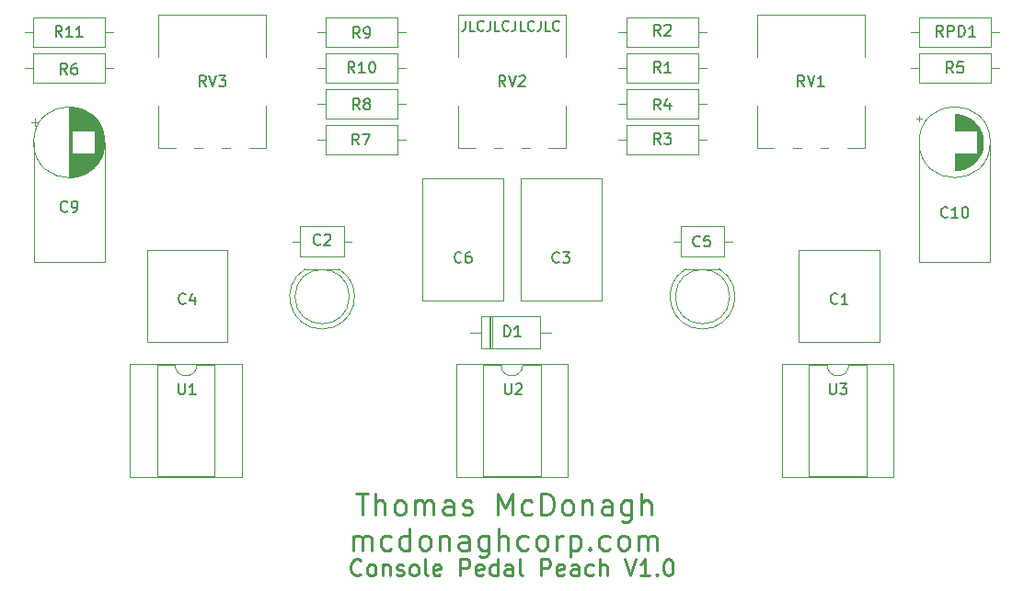
<source format=gbr>
G04 #@! TF.GenerationSoftware,KiCad,Pcbnew,(5.1.7)-1*
G04 #@! TF.CreationDate,2021-05-31T19:12:44-05:00*
G04 #@! TF.ProjectId,ConsolePedalPeach,436f6e73-6f6c-4655-9065-64616c506561,rev?*
G04 #@! TF.SameCoordinates,Original*
G04 #@! TF.FileFunction,Legend,Top*
G04 #@! TF.FilePolarity,Positive*
%FSLAX46Y46*%
G04 Gerber Fmt 4.6, Leading zero omitted, Abs format (unit mm)*
G04 Created by KiCad (PCBNEW (5.1.7)-1) date 2021-05-31 19:12:44*
%MOMM*%
%LPD*%
G01*
G04 APERTURE LIST*
%ADD10C,0.250000*%
%ADD11C,0.150000*%
%ADD12C,0.120000*%
G04 APERTURE END LIST*
D10*
X118822142Y-121820714D02*
X118750714Y-121892142D01*
X118536428Y-121963571D01*
X118393571Y-121963571D01*
X118179285Y-121892142D01*
X118036428Y-121749285D01*
X117964999Y-121606428D01*
X117893571Y-121320714D01*
X117893571Y-121106428D01*
X117964999Y-120820714D01*
X118036428Y-120677857D01*
X118179285Y-120535000D01*
X118393571Y-120463571D01*
X118536428Y-120463571D01*
X118750714Y-120535000D01*
X118822142Y-120606428D01*
X119679285Y-121963571D02*
X119536428Y-121892142D01*
X119464999Y-121820714D01*
X119393571Y-121677857D01*
X119393571Y-121249285D01*
X119464999Y-121106428D01*
X119536428Y-121035000D01*
X119679285Y-120963571D01*
X119893571Y-120963571D01*
X120036428Y-121035000D01*
X120107857Y-121106428D01*
X120179285Y-121249285D01*
X120179285Y-121677857D01*
X120107857Y-121820714D01*
X120036428Y-121892142D01*
X119893571Y-121963571D01*
X119679285Y-121963571D01*
X120822142Y-120963571D02*
X120822142Y-121963571D01*
X120822142Y-121106428D02*
X120893571Y-121035000D01*
X121036428Y-120963571D01*
X121250714Y-120963571D01*
X121393571Y-121035000D01*
X121464999Y-121177857D01*
X121464999Y-121963571D01*
X122107857Y-121892142D02*
X122250714Y-121963571D01*
X122536428Y-121963571D01*
X122679285Y-121892142D01*
X122750714Y-121749285D01*
X122750714Y-121677857D01*
X122679285Y-121535000D01*
X122536428Y-121463571D01*
X122322142Y-121463571D01*
X122179285Y-121392142D01*
X122107857Y-121249285D01*
X122107857Y-121177857D01*
X122179285Y-121035000D01*
X122322142Y-120963571D01*
X122536428Y-120963571D01*
X122679285Y-121035000D01*
X123607857Y-121963571D02*
X123464999Y-121892142D01*
X123393571Y-121820714D01*
X123322142Y-121677857D01*
X123322142Y-121249285D01*
X123393571Y-121106428D01*
X123464999Y-121035000D01*
X123607857Y-120963571D01*
X123822142Y-120963571D01*
X123965000Y-121035000D01*
X124036428Y-121106428D01*
X124107857Y-121249285D01*
X124107857Y-121677857D01*
X124036428Y-121820714D01*
X123965000Y-121892142D01*
X123822142Y-121963571D01*
X123607857Y-121963571D01*
X124965000Y-121963571D02*
X124822142Y-121892142D01*
X124750714Y-121749285D01*
X124750714Y-120463571D01*
X126107857Y-121892142D02*
X125964999Y-121963571D01*
X125679285Y-121963571D01*
X125536428Y-121892142D01*
X125464999Y-121749285D01*
X125464999Y-121177857D01*
X125536428Y-121035000D01*
X125679285Y-120963571D01*
X125964999Y-120963571D01*
X126107857Y-121035000D01*
X126179285Y-121177857D01*
X126179285Y-121320714D01*
X125464999Y-121463571D01*
X127964999Y-121963571D02*
X127964999Y-120463571D01*
X128536428Y-120463571D01*
X128679285Y-120535000D01*
X128750714Y-120606428D01*
X128822142Y-120749285D01*
X128822142Y-120963571D01*
X128750714Y-121106428D01*
X128679285Y-121177857D01*
X128536428Y-121249285D01*
X127964999Y-121249285D01*
X130036428Y-121892142D02*
X129893571Y-121963571D01*
X129607857Y-121963571D01*
X129464999Y-121892142D01*
X129393571Y-121749285D01*
X129393571Y-121177857D01*
X129464999Y-121035000D01*
X129607857Y-120963571D01*
X129893571Y-120963571D01*
X130036428Y-121035000D01*
X130107857Y-121177857D01*
X130107857Y-121320714D01*
X129393571Y-121463571D01*
X131393571Y-121963571D02*
X131393571Y-120463571D01*
X131393571Y-121892142D02*
X131250714Y-121963571D01*
X130964999Y-121963571D01*
X130822142Y-121892142D01*
X130750714Y-121820714D01*
X130679285Y-121677857D01*
X130679285Y-121249285D01*
X130750714Y-121106428D01*
X130822142Y-121035000D01*
X130964999Y-120963571D01*
X131250714Y-120963571D01*
X131393571Y-121035000D01*
X132750714Y-121963571D02*
X132750714Y-121177857D01*
X132679285Y-121035000D01*
X132536428Y-120963571D01*
X132250714Y-120963571D01*
X132107857Y-121035000D01*
X132750714Y-121892142D02*
X132607857Y-121963571D01*
X132250714Y-121963571D01*
X132107857Y-121892142D01*
X132036428Y-121749285D01*
X132036428Y-121606428D01*
X132107857Y-121463571D01*
X132250714Y-121392142D01*
X132607857Y-121392142D01*
X132750714Y-121320714D01*
X133679285Y-121963571D02*
X133536428Y-121892142D01*
X133464999Y-121749285D01*
X133464999Y-120463571D01*
X135393571Y-121963571D02*
X135393571Y-120463571D01*
X135965000Y-120463571D01*
X136107857Y-120535000D01*
X136179285Y-120606428D01*
X136250714Y-120749285D01*
X136250714Y-120963571D01*
X136179285Y-121106428D01*
X136107857Y-121177857D01*
X135965000Y-121249285D01*
X135393571Y-121249285D01*
X137465000Y-121892142D02*
X137322142Y-121963571D01*
X137036428Y-121963571D01*
X136893571Y-121892142D01*
X136822142Y-121749285D01*
X136822142Y-121177857D01*
X136893571Y-121035000D01*
X137036428Y-120963571D01*
X137322142Y-120963571D01*
X137465000Y-121035000D01*
X137536428Y-121177857D01*
X137536428Y-121320714D01*
X136822142Y-121463571D01*
X138822142Y-121963571D02*
X138822142Y-121177857D01*
X138750714Y-121035000D01*
X138607857Y-120963571D01*
X138322142Y-120963571D01*
X138179285Y-121035000D01*
X138822142Y-121892142D02*
X138679285Y-121963571D01*
X138322142Y-121963571D01*
X138179285Y-121892142D01*
X138107857Y-121749285D01*
X138107857Y-121606428D01*
X138179285Y-121463571D01*
X138322142Y-121392142D01*
X138679285Y-121392142D01*
X138822142Y-121320714D01*
X140179285Y-121892142D02*
X140036428Y-121963571D01*
X139750714Y-121963571D01*
X139607857Y-121892142D01*
X139536428Y-121820714D01*
X139465000Y-121677857D01*
X139465000Y-121249285D01*
X139536428Y-121106428D01*
X139607857Y-121035000D01*
X139750714Y-120963571D01*
X140036428Y-120963571D01*
X140179285Y-121035000D01*
X140822142Y-121963571D02*
X140822142Y-120463571D01*
X141465000Y-121963571D02*
X141465000Y-121177857D01*
X141393571Y-121035000D01*
X141250714Y-120963571D01*
X141036428Y-120963571D01*
X140893571Y-121035000D01*
X140822142Y-121106428D01*
X143107857Y-120463571D02*
X143607857Y-121963571D01*
X144107857Y-120463571D01*
X145393571Y-121963571D02*
X144536428Y-121963571D01*
X144965000Y-121963571D02*
X144965000Y-120463571D01*
X144822142Y-120677857D01*
X144679285Y-120820714D01*
X144536428Y-120892142D01*
X146036428Y-121820714D02*
X146107857Y-121892142D01*
X146036428Y-121963571D01*
X145965000Y-121892142D01*
X146036428Y-121820714D01*
X146036428Y-121963571D01*
X147036428Y-120463571D02*
X147179285Y-120463571D01*
X147322142Y-120535000D01*
X147393571Y-120606428D01*
X147465000Y-120749285D01*
X147536428Y-121035000D01*
X147536428Y-121392142D01*
X147465000Y-121677857D01*
X147393571Y-121820714D01*
X147322142Y-121892142D01*
X147179285Y-121963571D01*
X147036428Y-121963571D01*
X146893571Y-121892142D01*
X146822142Y-121820714D01*
X146750714Y-121677857D01*
X146679285Y-121392142D01*
X146679285Y-121035000D01*
X146750714Y-120749285D01*
X146822142Y-120606428D01*
X146893571Y-120535000D01*
X147036428Y-120463571D01*
D11*
X128430857Y-70881142D02*
X128430857Y-71524000D01*
X128388000Y-71652571D01*
X128302285Y-71738285D01*
X128173714Y-71781142D01*
X128088000Y-71781142D01*
X129288000Y-71781142D02*
X128859428Y-71781142D01*
X128859428Y-70881142D01*
X130102285Y-71695428D02*
X130059428Y-71738285D01*
X129930857Y-71781142D01*
X129845142Y-71781142D01*
X129716571Y-71738285D01*
X129630857Y-71652571D01*
X129588000Y-71566857D01*
X129545142Y-71395428D01*
X129545142Y-71266857D01*
X129588000Y-71095428D01*
X129630857Y-71009714D01*
X129716571Y-70924000D01*
X129845142Y-70881142D01*
X129930857Y-70881142D01*
X130059428Y-70924000D01*
X130102285Y-70966857D01*
X130745142Y-70881142D02*
X130745142Y-71524000D01*
X130702285Y-71652571D01*
X130616571Y-71738285D01*
X130488000Y-71781142D01*
X130402285Y-71781142D01*
X131602285Y-71781142D02*
X131173714Y-71781142D01*
X131173714Y-70881142D01*
X132416571Y-71695428D02*
X132373714Y-71738285D01*
X132245142Y-71781142D01*
X132159428Y-71781142D01*
X132030857Y-71738285D01*
X131945142Y-71652571D01*
X131902285Y-71566857D01*
X131859428Y-71395428D01*
X131859428Y-71266857D01*
X131902285Y-71095428D01*
X131945142Y-71009714D01*
X132030857Y-70924000D01*
X132159428Y-70881142D01*
X132245142Y-70881142D01*
X132373714Y-70924000D01*
X132416571Y-70966857D01*
X133059428Y-70881142D02*
X133059428Y-71524000D01*
X133016571Y-71652571D01*
X132930857Y-71738285D01*
X132802285Y-71781142D01*
X132716571Y-71781142D01*
X133916571Y-71781142D02*
X133488000Y-71781142D01*
X133488000Y-70881142D01*
X134730857Y-71695428D02*
X134688000Y-71738285D01*
X134559428Y-71781142D01*
X134473714Y-71781142D01*
X134345142Y-71738285D01*
X134259428Y-71652571D01*
X134216571Y-71566857D01*
X134173714Y-71395428D01*
X134173714Y-71266857D01*
X134216571Y-71095428D01*
X134259428Y-71009714D01*
X134345142Y-70924000D01*
X134473714Y-70881142D01*
X134559428Y-70881142D01*
X134688000Y-70924000D01*
X134730857Y-70966857D01*
X135373714Y-70881142D02*
X135373714Y-71524000D01*
X135330857Y-71652571D01*
X135245142Y-71738285D01*
X135116571Y-71781142D01*
X135030857Y-71781142D01*
X136230857Y-71781142D02*
X135802285Y-71781142D01*
X135802285Y-70881142D01*
X137045142Y-71695428D02*
X137002285Y-71738285D01*
X136873714Y-71781142D01*
X136788000Y-71781142D01*
X136659428Y-71738285D01*
X136573714Y-71652571D01*
X136530857Y-71566857D01*
X136488000Y-71395428D01*
X136488000Y-71266857D01*
X136530857Y-71095428D01*
X136573714Y-71009714D01*
X136659428Y-70924000D01*
X136788000Y-70881142D01*
X136873714Y-70881142D01*
X137002285Y-70924000D01*
X137045142Y-70966857D01*
D10*
X118365714Y-114373761D02*
X119508571Y-114373761D01*
X118937142Y-116373761D02*
X118937142Y-114373761D01*
X120175238Y-116373761D02*
X120175238Y-114373761D01*
X121032380Y-116373761D02*
X121032380Y-115326142D01*
X120937142Y-115135666D01*
X120746666Y-115040428D01*
X120460952Y-115040428D01*
X120270476Y-115135666D01*
X120175238Y-115230904D01*
X122270476Y-116373761D02*
X122080000Y-116278523D01*
X121984761Y-116183285D01*
X121889523Y-115992809D01*
X121889523Y-115421380D01*
X121984761Y-115230904D01*
X122080000Y-115135666D01*
X122270476Y-115040428D01*
X122556190Y-115040428D01*
X122746666Y-115135666D01*
X122841904Y-115230904D01*
X122937142Y-115421380D01*
X122937142Y-115992809D01*
X122841904Y-116183285D01*
X122746666Y-116278523D01*
X122556190Y-116373761D01*
X122270476Y-116373761D01*
X123794285Y-116373761D02*
X123794285Y-115040428D01*
X123794285Y-115230904D02*
X123889523Y-115135666D01*
X124080000Y-115040428D01*
X124365714Y-115040428D01*
X124556190Y-115135666D01*
X124651428Y-115326142D01*
X124651428Y-116373761D01*
X124651428Y-115326142D02*
X124746666Y-115135666D01*
X124937142Y-115040428D01*
X125222857Y-115040428D01*
X125413333Y-115135666D01*
X125508571Y-115326142D01*
X125508571Y-116373761D01*
X127318095Y-116373761D02*
X127318095Y-115326142D01*
X127222857Y-115135666D01*
X127032380Y-115040428D01*
X126651428Y-115040428D01*
X126460952Y-115135666D01*
X127318095Y-116278523D02*
X127127619Y-116373761D01*
X126651428Y-116373761D01*
X126460952Y-116278523D01*
X126365714Y-116088047D01*
X126365714Y-115897571D01*
X126460952Y-115707095D01*
X126651428Y-115611857D01*
X127127619Y-115611857D01*
X127318095Y-115516619D01*
X128175238Y-116278523D02*
X128365714Y-116373761D01*
X128746666Y-116373761D01*
X128937142Y-116278523D01*
X129032380Y-116088047D01*
X129032380Y-115992809D01*
X128937142Y-115802333D01*
X128746666Y-115707095D01*
X128460952Y-115707095D01*
X128270476Y-115611857D01*
X128175238Y-115421380D01*
X128175238Y-115326142D01*
X128270476Y-115135666D01*
X128460952Y-115040428D01*
X128746666Y-115040428D01*
X128937142Y-115135666D01*
X131413333Y-116373761D02*
X131413333Y-114373761D01*
X132080000Y-115802333D01*
X132746666Y-114373761D01*
X132746666Y-116373761D01*
X134556190Y-116278523D02*
X134365714Y-116373761D01*
X133984761Y-116373761D01*
X133794285Y-116278523D01*
X133699047Y-116183285D01*
X133603809Y-115992809D01*
X133603809Y-115421380D01*
X133699047Y-115230904D01*
X133794285Y-115135666D01*
X133984761Y-115040428D01*
X134365714Y-115040428D01*
X134556190Y-115135666D01*
X135413333Y-116373761D02*
X135413333Y-114373761D01*
X135889523Y-114373761D01*
X136175238Y-114469000D01*
X136365714Y-114659476D01*
X136460952Y-114849952D01*
X136556190Y-115230904D01*
X136556190Y-115516619D01*
X136460952Y-115897571D01*
X136365714Y-116088047D01*
X136175238Y-116278523D01*
X135889523Y-116373761D01*
X135413333Y-116373761D01*
X137699047Y-116373761D02*
X137508571Y-116278523D01*
X137413333Y-116183285D01*
X137318095Y-115992809D01*
X137318095Y-115421380D01*
X137413333Y-115230904D01*
X137508571Y-115135666D01*
X137699047Y-115040428D01*
X137984761Y-115040428D01*
X138175238Y-115135666D01*
X138270476Y-115230904D01*
X138365714Y-115421380D01*
X138365714Y-115992809D01*
X138270476Y-116183285D01*
X138175238Y-116278523D01*
X137984761Y-116373761D01*
X137699047Y-116373761D01*
X139222857Y-115040428D02*
X139222857Y-116373761D01*
X139222857Y-115230904D02*
X139318095Y-115135666D01*
X139508571Y-115040428D01*
X139794285Y-115040428D01*
X139984761Y-115135666D01*
X140080000Y-115326142D01*
X140080000Y-116373761D01*
X141889523Y-116373761D02*
X141889523Y-115326142D01*
X141794285Y-115135666D01*
X141603809Y-115040428D01*
X141222857Y-115040428D01*
X141032380Y-115135666D01*
X141889523Y-116278523D02*
X141699047Y-116373761D01*
X141222857Y-116373761D01*
X141032380Y-116278523D01*
X140937142Y-116088047D01*
X140937142Y-115897571D01*
X141032380Y-115707095D01*
X141222857Y-115611857D01*
X141699047Y-115611857D01*
X141889523Y-115516619D01*
X143699047Y-115040428D02*
X143699047Y-116659476D01*
X143603809Y-116849952D01*
X143508571Y-116945190D01*
X143318095Y-117040428D01*
X143032380Y-117040428D01*
X142841904Y-116945190D01*
X143699047Y-116278523D02*
X143508571Y-116373761D01*
X143127619Y-116373761D01*
X142937142Y-116278523D01*
X142841904Y-116183285D01*
X142746666Y-115992809D01*
X142746666Y-115421380D01*
X142841904Y-115230904D01*
X142937142Y-115135666D01*
X143127619Y-115040428D01*
X143508571Y-115040428D01*
X143699047Y-115135666D01*
X144651428Y-116373761D02*
X144651428Y-114373761D01*
X145508571Y-116373761D02*
X145508571Y-115326142D01*
X145413333Y-115135666D01*
X145222857Y-115040428D01*
X144937142Y-115040428D01*
X144746666Y-115135666D01*
X144651428Y-115230904D01*
X118080000Y-119623761D02*
X118080000Y-118290428D01*
X118080000Y-118480904D02*
X118175238Y-118385666D01*
X118365714Y-118290428D01*
X118651428Y-118290428D01*
X118841904Y-118385666D01*
X118937142Y-118576142D01*
X118937142Y-119623761D01*
X118937142Y-118576142D02*
X119032380Y-118385666D01*
X119222857Y-118290428D01*
X119508571Y-118290428D01*
X119699047Y-118385666D01*
X119794285Y-118576142D01*
X119794285Y-119623761D01*
X121603809Y-119528523D02*
X121413333Y-119623761D01*
X121032380Y-119623761D01*
X120841904Y-119528523D01*
X120746666Y-119433285D01*
X120651428Y-119242809D01*
X120651428Y-118671380D01*
X120746666Y-118480904D01*
X120841904Y-118385666D01*
X121032380Y-118290428D01*
X121413333Y-118290428D01*
X121603809Y-118385666D01*
X123318095Y-119623761D02*
X123318095Y-117623761D01*
X123318095Y-119528523D02*
X123127619Y-119623761D01*
X122746666Y-119623761D01*
X122556190Y-119528523D01*
X122460952Y-119433285D01*
X122365714Y-119242809D01*
X122365714Y-118671380D01*
X122460952Y-118480904D01*
X122556190Y-118385666D01*
X122746666Y-118290428D01*
X123127619Y-118290428D01*
X123318095Y-118385666D01*
X124556190Y-119623761D02*
X124365714Y-119528523D01*
X124270476Y-119433285D01*
X124175238Y-119242809D01*
X124175238Y-118671380D01*
X124270476Y-118480904D01*
X124365714Y-118385666D01*
X124556190Y-118290428D01*
X124841904Y-118290428D01*
X125032380Y-118385666D01*
X125127619Y-118480904D01*
X125222857Y-118671380D01*
X125222857Y-119242809D01*
X125127619Y-119433285D01*
X125032380Y-119528523D01*
X124841904Y-119623761D01*
X124556190Y-119623761D01*
X126080000Y-118290428D02*
X126080000Y-119623761D01*
X126080000Y-118480904D02*
X126175238Y-118385666D01*
X126365714Y-118290428D01*
X126651428Y-118290428D01*
X126841904Y-118385666D01*
X126937142Y-118576142D01*
X126937142Y-119623761D01*
X128746666Y-119623761D02*
X128746666Y-118576142D01*
X128651428Y-118385666D01*
X128460952Y-118290428D01*
X128080000Y-118290428D01*
X127889523Y-118385666D01*
X128746666Y-119528523D02*
X128556190Y-119623761D01*
X128080000Y-119623761D01*
X127889523Y-119528523D01*
X127794285Y-119338047D01*
X127794285Y-119147571D01*
X127889523Y-118957095D01*
X128080000Y-118861857D01*
X128556190Y-118861857D01*
X128746666Y-118766619D01*
X130556190Y-118290428D02*
X130556190Y-119909476D01*
X130460952Y-120099952D01*
X130365714Y-120195190D01*
X130175238Y-120290428D01*
X129889523Y-120290428D01*
X129699047Y-120195190D01*
X130556190Y-119528523D02*
X130365714Y-119623761D01*
X129984761Y-119623761D01*
X129794285Y-119528523D01*
X129699047Y-119433285D01*
X129603809Y-119242809D01*
X129603809Y-118671380D01*
X129699047Y-118480904D01*
X129794285Y-118385666D01*
X129984761Y-118290428D01*
X130365714Y-118290428D01*
X130556190Y-118385666D01*
X131508571Y-119623761D02*
X131508571Y-117623761D01*
X132365714Y-119623761D02*
X132365714Y-118576142D01*
X132270476Y-118385666D01*
X132080000Y-118290428D01*
X131794285Y-118290428D01*
X131603809Y-118385666D01*
X131508571Y-118480904D01*
X134175238Y-119528523D02*
X133984761Y-119623761D01*
X133603809Y-119623761D01*
X133413333Y-119528523D01*
X133318095Y-119433285D01*
X133222857Y-119242809D01*
X133222857Y-118671380D01*
X133318095Y-118480904D01*
X133413333Y-118385666D01*
X133603809Y-118290428D01*
X133984761Y-118290428D01*
X134175238Y-118385666D01*
X135318095Y-119623761D02*
X135127619Y-119528523D01*
X135032380Y-119433285D01*
X134937142Y-119242809D01*
X134937142Y-118671380D01*
X135032380Y-118480904D01*
X135127619Y-118385666D01*
X135318095Y-118290428D01*
X135603809Y-118290428D01*
X135794285Y-118385666D01*
X135889523Y-118480904D01*
X135984761Y-118671380D01*
X135984761Y-119242809D01*
X135889523Y-119433285D01*
X135794285Y-119528523D01*
X135603809Y-119623761D01*
X135318095Y-119623761D01*
X136841904Y-119623761D02*
X136841904Y-118290428D01*
X136841904Y-118671380D02*
X136937142Y-118480904D01*
X137032380Y-118385666D01*
X137222857Y-118290428D01*
X137413333Y-118290428D01*
X138080000Y-118290428D02*
X138080000Y-120290428D01*
X138080000Y-118385666D02*
X138270476Y-118290428D01*
X138651428Y-118290428D01*
X138841904Y-118385666D01*
X138937142Y-118480904D01*
X139032380Y-118671380D01*
X139032380Y-119242809D01*
X138937142Y-119433285D01*
X138841904Y-119528523D01*
X138651428Y-119623761D01*
X138270476Y-119623761D01*
X138080000Y-119528523D01*
X139889523Y-119433285D02*
X139984761Y-119528523D01*
X139889523Y-119623761D01*
X139794285Y-119528523D01*
X139889523Y-119433285D01*
X139889523Y-119623761D01*
X141699047Y-119528523D02*
X141508571Y-119623761D01*
X141127619Y-119623761D01*
X140937142Y-119528523D01*
X140841904Y-119433285D01*
X140746666Y-119242809D01*
X140746666Y-118671380D01*
X140841904Y-118480904D01*
X140937142Y-118385666D01*
X141127619Y-118290428D01*
X141508571Y-118290428D01*
X141699047Y-118385666D01*
X142841904Y-119623761D02*
X142651428Y-119528523D01*
X142556190Y-119433285D01*
X142460952Y-119242809D01*
X142460952Y-118671380D01*
X142556190Y-118480904D01*
X142651428Y-118385666D01*
X142841904Y-118290428D01*
X143127619Y-118290428D01*
X143318095Y-118385666D01*
X143413333Y-118480904D01*
X143508571Y-118671380D01*
X143508571Y-119242809D01*
X143413333Y-119433285D01*
X143318095Y-119528523D01*
X143127619Y-119623761D01*
X142841904Y-119623761D01*
X144365714Y-119623761D02*
X144365714Y-118290428D01*
X144365714Y-118480904D02*
X144460952Y-118385666D01*
X144651428Y-118290428D01*
X144937142Y-118290428D01*
X145127619Y-118385666D01*
X145222857Y-118576142D01*
X145222857Y-119623761D01*
X145222857Y-118576142D02*
X145318095Y-118385666D01*
X145508571Y-118290428D01*
X145794285Y-118290428D01*
X145984761Y-118385666D01*
X146080000Y-118576142D01*
X146080000Y-119623761D01*
D12*
G04 #@! TO.C,D2*
X116795000Y-93710000D02*
X113705000Y-93710000D01*
X117750000Y-96270000D02*
G75*
G03*
X117750000Y-96270000I-2500000J0D01*
G01*
X115249538Y-99260000D02*
G75*
G03*
X116794830Y-93710000I462J2990000D01*
G01*
X115250462Y-99260000D02*
G75*
G02*
X113705170Y-93710000I-462J2990000D01*
G01*
G04 #@! TO.C,D3*
X152750000Y-96270000D02*
G75*
G03*
X152750000Y-96270000I-2500000J0D01*
G01*
X151795000Y-93710000D02*
X148705000Y-93710000D01*
X150250462Y-99260000D02*
G75*
G02*
X148705170Y-93710000I-462J2990000D01*
G01*
X150249538Y-99260000D02*
G75*
G03*
X151794830Y-93710000I462J2990000D01*
G01*
G04 #@! TO.C,R11*
X95988000Y-71882000D02*
X95218000Y-71882000D01*
X87908000Y-71882000D02*
X88678000Y-71882000D01*
X95218000Y-70512000D02*
X88678000Y-70512000D01*
X95218000Y-73252000D02*
X95218000Y-70512000D01*
X88678000Y-73252000D02*
X95218000Y-73252000D01*
X88678000Y-70512000D02*
X88678000Y-73252000D01*
G04 #@! TO.C,C1*
X159115000Y-100430000D02*
X159115000Y-91940000D01*
X166555000Y-100430000D02*
X166555000Y-91940000D01*
X166555000Y-91940000D02*
X159115000Y-91940000D01*
X166555000Y-100430000D02*
X159115000Y-100430000D01*
G04 #@! TO.C,C2*
X113230000Y-89766000D02*
X113230000Y-92606000D01*
X113230000Y-92606000D02*
X117270000Y-92606000D01*
X117270000Y-92606000D02*
X117270000Y-89766000D01*
X117270000Y-89766000D02*
X113230000Y-89766000D01*
X112540000Y-91186000D02*
X113230000Y-91186000D01*
X117960000Y-91186000D02*
X117270000Y-91186000D01*
G04 #@! TO.C,C3*
X140935000Y-96620000D02*
X133495000Y-96620000D01*
X140935000Y-85330000D02*
X133495000Y-85330000D01*
X140935000Y-96620000D02*
X140935000Y-85330000D01*
X133495000Y-96620000D02*
X133495000Y-85330000D01*
G04 #@! TO.C,C4*
X99115000Y-100430000D02*
X99115000Y-91940000D01*
X106555000Y-100430000D02*
X106555000Y-91940000D01*
X106555000Y-91940000D02*
X99115000Y-91940000D01*
X106555000Y-100430000D02*
X99115000Y-100430000D01*
G04 #@! TO.C,C5*
X147540000Y-91186000D02*
X148230000Y-91186000D01*
X152960000Y-91186000D02*
X152270000Y-91186000D01*
X148230000Y-92606000D02*
X152270000Y-92606000D01*
X148230000Y-89766000D02*
X148230000Y-92606000D01*
X152270000Y-89766000D02*
X148230000Y-89766000D01*
X152270000Y-92606000D02*
X152270000Y-89766000D01*
G04 #@! TO.C,C6*
X124495000Y-96620000D02*
X124495000Y-85330000D01*
X131935000Y-96620000D02*
X131935000Y-85330000D01*
X131935000Y-85330000D02*
X124495000Y-85330000D01*
X131935000Y-96620000D02*
X124495000Y-96620000D01*
G04 #@! TO.C,C9*
X88782759Y-79888000D02*
X88782759Y-80518000D01*
X88467759Y-80203000D02*
X89097759Y-80203000D01*
X95209000Y-81640000D02*
X95209000Y-82444000D01*
X95169000Y-81409000D02*
X95169000Y-82675000D01*
X95129000Y-81240000D02*
X95129000Y-82844000D01*
X95089000Y-81102000D02*
X95089000Y-82982000D01*
X95049000Y-80983000D02*
X95049000Y-83101000D01*
X95009000Y-80877000D02*
X95009000Y-83207000D01*
X94969000Y-80780000D02*
X94969000Y-83304000D01*
X94929000Y-80692000D02*
X94929000Y-83392000D01*
X94889000Y-80610000D02*
X94889000Y-83474000D01*
X94849000Y-80533000D02*
X94849000Y-83551000D01*
X94809000Y-80461000D02*
X94809000Y-83623000D01*
X94769000Y-80392000D02*
X94769000Y-83692000D01*
X94729000Y-80328000D02*
X94729000Y-83756000D01*
X94689000Y-80266000D02*
X94689000Y-83818000D01*
X94649000Y-80208000D02*
X94649000Y-83876000D01*
X94609000Y-80152000D02*
X94609000Y-83932000D01*
X94569000Y-80098000D02*
X94569000Y-83986000D01*
X94529000Y-80047000D02*
X94529000Y-84037000D01*
X94489000Y-79998000D02*
X94489000Y-84086000D01*
X94449000Y-79950000D02*
X94449000Y-84134000D01*
X94409000Y-79905000D02*
X94409000Y-84179000D01*
X94369000Y-79860000D02*
X94369000Y-84224000D01*
X94329000Y-79818000D02*
X94329000Y-84266000D01*
X94289000Y-79777000D02*
X94289000Y-84307000D01*
X94249000Y-83082000D02*
X94249000Y-84347000D01*
X94249000Y-79737000D02*
X94249000Y-81002000D01*
X94209000Y-83082000D02*
X94209000Y-84385000D01*
X94209000Y-79699000D02*
X94209000Y-81002000D01*
X94169000Y-83082000D02*
X94169000Y-84422000D01*
X94169000Y-79662000D02*
X94169000Y-81002000D01*
X94129000Y-83082000D02*
X94129000Y-84458000D01*
X94129000Y-79626000D02*
X94129000Y-81002000D01*
X94089000Y-83082000D02*
X94089000Y-84492000D01*
X94089000Y-79592000D02*
X94089000Y-81002000D01*
X94049000Y-83082000D02*
X94049000Y-84526000D01*
X94049000Y-79558000D02*
X94049000Y-81002000D01*
X94009000Y-83082000D02*
X94009000Y-84558000D01*
X94009000Y-79526000D02*
X94009000Y-81002000D01*
X93969000Y-83082000D02*
X93969000Y-84590000D01*
X93969000Y-79494000D02*
X93969000Y-81002000D01*
X93929000Y-83082000D02*
X93929000Y-84620000D01*
X93929000Y-79464000D02*
X93929000Y-81002000D01*
X93889000Y-83082000D02*
X93889000Y-84649000D01*
X93889000Y-79435000D02*
X93889000Y-81002000D01*
X93849000Y-83082000D02*
X93849000Y-84678000D01*
X93849000Y-79406000D02*
X93849000Y-81002000D01*
X93809000Y-83082000D02*
X93809000Y-84706000D01*
X93809000Y-79378000D02*
X93809000Y-81002000D01*
X93769000Y-83082000D02*
X93769000Y-84732000D01*
X93769000Y-79352000D02*
X93769000Y-81002000D01*
X93729000Y-83082000D02*
X93729000Y-84758000D01*
X93729000Y-79326000D02*
X93729000Y-81002000D01*
X93689000Y-83082000D02*
X93689000Y-84784000D01*
X93689000Y-79300000D02*
X93689000Y-81002000D01*
X93649000Y-83082000D02*
X93649000Y-84808000D01*
X93649000Y-79276000D02*
X93649000Y-81002000D01*
X93609000Y-83082000D02*
X93609000Y-84832000D01*
X93609000Y-79252000D02*
X93609000Y-81002000D01*
X93569000Y-83082000D02*
X93569000Y-84854000D01*
X93569000Y-79230000D02*
X93569000Y-81002000D01*
X93529000Y-83082000D02*
X93529000Y-84876000D01*
X93529000Y-79208000D02*
X93529000Y-81002000D01*
X93489000Y-83082000D02*
X93489000Y-84898000D01*
X93489000Y-79186000D02*
X93489000Y-81002000D01*
X93449000Y-83082000D02*
X93449000Y-84918000D01*
X93449000Y-79166000D02*
X93449000Y-81002000D01*
X93409000Y-83082000D02*
X93409000Y-84938000D01*
X93409000Y-79146000D02*
X93409000Y-81002000D01*
X93369000Y-83082000D02*
X93369000Y-84958000D01*
X93369000Y-79126000D02*
X93369000Y-81002000D01*
X93329000Y-83082000D02*
X93329000Y-84976000D01*
X93329000Y-79108000D02*
X93329000Y-81002000D01*
X93289000Y-83082000D02*
X93289000Y-84994000D01*
X93289000Y-79090000D02*
X93289000Y-81002000D01*
X93249000Y-83082000D02*
X93249000Y-85012000D01*
X93249000Y-79072000D02*
X93249000Y-81002000D01*
X93209000Y-83082000D02*
X93209000Y-85028000D01*
X93209000Y-79056000D02*
X93209000Y-81002000D01*
X93169000Y-83082000D02*
X93169000Y-85044000D01*
X93169000Y-79040000D02*
X93169000Y-81002000D01*
X93129000Y-83082000D02*
X93129000Y-85060000D01*
X93129000Y-79024000D02*
X93129000Y-81002000D01*
X93089000Y-83082000D02*
X93089000Y-85075000D01*
X93089000Y-79009000D02*
X93089000Y-81002000D01*
X93049000Y-83082000D02*
X93049000Y-85089000D01*
X93049000Y-78995000D02*
X93049000Y-81002000D01*
X93009000Y-83082000D02*
X93009000Y-85103000D01*
X93009000Y-78981000D02*
X93009000Y-81002000D01*
X92969000Y-83082000D02*
X92969000Y-85116000D01*
X92969000Y-78968000D02*
X92969000Y-81002000D01*
X92929000Y-83082000D02*
X92929000Y-85128000D01*
X92929000Y-78956000D02*
X92929000Y-81002000D01*
X92889000Y-83082000D02*
X92889000Y-85140000D01*
X92889000Y-78944000D02*
X92889000Y-81002000D01*
X92849000Y-83082000D02*
X92849000Y-85152000D01*
X92849000Y-78932000D02*
X92849000Y-81002000D01*
X92809000Y-83082000D02*
X92809000Y-85163000D01*
X92809000Y-78921000D02*
X92809000Y-81002000D01*
X92769000Y-83082000D02*
X92769000Y-85173000D01*
X92769000Y-78911000D02*
X92769000Y-81002000D01*
X92729000Y-83082000D02*
X92729000Y-85183000D01*
X92729000Y-78901000D02*
X92729000Y-81002000D01*
X92689000Y-83082000D02*
X92689000Y-85192000D01*
X92689000Y-78892000D02*
X92689000Y-81002000D01*
X92648000Y-83082000D02*
X92648000Y-85201000D01*
X92648000Y-78883000D02*
X92648000Y-81002000D01*
X92608000Y-83082000D02*
X92608000Y-85209000D01*
X92608000Y-78875000D02*
X92608000Y-81002000D01*
X92568000Y-83082000D02*
X92568000Y-85217000D01*
X92568000Y-78867000D02*
X92568000Y-81002000D01*
X92528000Y-83082000D02*
X92528000Y-85224000D01*
X92528000Y-78860000D02*
X92528000Y-81002000D01*
X92488000Y-83082000D02*
X92488000Y-85231000D01*
X92488000Y-78853000D02*
X92488000Y-81002000D01*
X92448000Y-83082000D02*
X92448000Y-85237000D01*
X92448000Y-78847000D02*
X92448000Y-81002000D01*
X92408000Y-83082000D02*
X92408000Y-85243000D01*
X92408000Y-78841000D02*
X92408000Y-81002000D01*
X92368000Y-83082000D02*
X92368000Y-85248000D01*
X92368000Y-78836000D02*
X92368000Y-81002000D01*
X92328000Y-83082000D02*
X92328000Y-85253000D01*
X92328000Y-78831000D02*
X92328000Y-81002000D01*
X92288000Y-83082000D02*
X92288000Y-85257000D01*
X92288000Y-78827000D02*
X92288000Y-81002000D01*
X92248000Y-83082000D02*
X92248000Y-85260000D01*
X92248000Y-78824000D02*
X92248000Y-81002000D01*
X92208000Y-83082000D02*
X92208000Y-85264000D01*
X92208000Y-78820000D02*
X92208000Y-81002000D01*
X92168000Y-78818000D02*
X92168000Y-85266000D01*
X92128000Y-78815000D02*
X92128000Y-85269000D01*
X92088000Y-78814000D02*
X92088000Y-85270000D01*
X92048000Y-78812000D02*
X92048000Y-85272000D01*
X92008000Y-78812000D02*
X92008000Y-85272000D01*
X91968000Y-78812000D02*
X91968000Y-85272000D01*
X95238000Y-82042000D02*
G75*
G03*
X95238000Y-82042000I-3270000J0D01*
G01*
X88698000Y-82042000D02*
X88698000Y-93042000D01*
X95238000Y-82042000D02*
X95238000Y-93042000D01*
X88698000Y-93042000D02*
X95238000Y-93042000D01*
G04 #@! TO.C,C10*
X170200025Y-79593100D02*
X170200025Y-80093100D01*
X169950025Y-79843100D02*
X170450025Y-79843100D01*
X176067000Y-81758000D02*
X176067000Y-82326000D01*
X176027000Y-81524000D02*
X176027000Y-82560000D01*
X175987000Y-81365000D02*
X175987000Y-82719000D01*
X175947000Y-81237000D02*
X175947000Y-82847000D01*
X175907000Y-81127000D02*
X175907000Y-82957000D01*
X175867000Y-81031000D02*
X175867000Y-83053000D01*
X175827000Y-80944000D02*
X175827000Y-83140000D01*
X175787000Y-80864000D02*
X175787000Y-83220000D01*
X175747000Y-80791000D02*
X175747000Y-83293000D01*
X175707000Y-80723000D02*
X175707000Y-83361000D01*
X175667000Y-80659000D02*
X175667000Y-83425000D01*
X175627000Y-80599000D02*
X175627000Y-83485000D01*
X175587000Y-80542000D02*
X175587000Y-83542000D01*
X175547000Y-80488000D02*
X175547000Y-83596000D01*
X175507000Y-80437000D02*
X175507000Y-83647000D01*
X175467000Y-83082000D02*
X175467000Y-83695000D01*
X175467000Y-80389000D02*
X175467000Y-81002000D01*
X175427000Y-83082000D02*
X175427000Y-83741000D01*
X175427000Y-80343000D02*
X175427000Y-81002000D01*
X175387000Y-83082000D02*
X175387000Y-83785000D01*
X175387000Y-80299000D02*
X175387000Y-81002000D01*
X175347000Y-83082000D02*
X175347000Y-83827000D01*
X175347000Y-80257000D02*
X175347000Y-81002000D01*
X175307000Y-83082000D02*
X175307000Y-83868000D01*
X175307000Y-80216000D02*
X175307000Y-81002000D01*
X175267000Y-83082000D02*
X175267000Y-83906000D01*
X175267000Y-80178000D02*
X175267000Y-81002000D01*
X175227000Y-83082000D02*
X175227000Y-83943000D01*
X175227000Y-80141000D02*
X175227000Y-81002000D01*
X175187000Y-83082000D02*
X175187000Y-83979000D01*
X175187000Y-80105000D02*
X175187000Y-81002000D01*
X175147000Y-83082000D02*
X175147000Y-84013000D01*
X175147000Y-80071000D02*
X175147000Y-81002000D01*
X175107000Y-83082000D02*
X175107000Y-84046000D01*
X175107000Y-80038000D02*
X175107000Y-81002000D01*
X175067000Y-83082000D02*
X175067000Y-84077000D01*
X175067000Y-80007000D02*
X175067000Y-81002000D01*
X175027000Y-83082000D02*
X175027000Y-84107000D01*
X175027000Y-79977000D02*
X175027000Y-81002000D01*
X174987000Y-83082000D02*
X174987000Y-84137000D01*
X174987000Y-79947000D02*
X174987000Y-81002000D01*
X174947000Y-83082000D02*
X174947000Y-84164000D01*
X174947000Y-79920000D02*
X174947000Y-81002000D01*
X174907000Y-83082000D02*
X174907000Y-84191000D01*
X174907000Y-79893000D02*
X174907000Y-81002000D01*
X174867000Y-83082000D02*
X174867000Y-84217000D01*
X174867000Y-79867000D02*
X174867000Y-81002000D01*
X174827000Y-83082000D02*
X174827000Y-84242000D01*
X174827000Y-79842000D02*
X174827000Y-81002000D01*
X174787000Y-83082000D02*
X174787000Y-84266000D01*
X174787000Y-79818000D02*
X174787000Y-81002000D01*
X174747000Y-83082000D02*
X174747000Y-84289000D01*
X174747000Y-79795000D02*
X174747000Y-81002000D01*
X174707000Y-83082000D02*
X174707000Y-84310000D01*
X174707000Y-79774000D02*
X174707000Y-81002000D01*
X174667000Y-83082000D02*
X174667000Y-84332000D01*
X174667000Y-79752000D02*
X174667000Y-81002000D01*
X174627000Y-83082000D02*
X174627000Y-84352000D01*
X174627000Y-79732000D02*
X174627000Y-81002000D01*
X174587000Y-83082000D02*
X174587000Y-84371000D01*
X174587000Y-79713000D02*
X174587000Y-81002000D01*
X174547000Y-83082000D02*
X174547000Y-84390000D01*
X174547000Y-79694000D02*
X174547000Y-81002000D01*
X174507000Y-83082000D02*
X174507000Y-84407000D01*
X174507000Y-79677000D02*
X174507000Y-81002000D01*
X174467000Y-83082000D02*
X174467000Y-84424000D01*
X174467000Y-79660000D02*
X174467000Y-81002000D01*
X174427000Y-83082000D02*
X174427000Y-84440000D01*
X174427000Y-79644000D02*
X174427000Y-81002000D01*
X174387000Y-83082000D02*
X174387000Y-84456000D01*
X174387000Y-79628000D02*
X174387000Y-81002000D01*
X174347000Y-83082000D02*
X174347000Y-84470000D01*
X174347000Y-79614000D02*
X174347000Y-81002000D01*
X174307000Y-83082000D02*
X174307000Y-84484000D01*
X174307000Y-79600000D02*
X174307000Y-81002000D01*
X174267000Y-83082000D02*
X174267000Y-84497000D01*
X174267000Y-79587000D02*
X174267000Y-81002000D01*
X174227000Y-83082000D02*
X174227000Y-84510000D01*
X174227000Y-79574000D02*
X174227000Y-81002000D01*
X174187000Y-83082000D02*
X174187000Y-84522000D01*
X174187000Y-79562000D02*
X174187000Y-81002000D01*
X174146000Y-83082000D02*
X174146000Y-84533000D01*
X174146000Y-79551000D02*
X174146000Y-81002000D01*
X174106000Y-83082000D02*
X174106000Y-84543000D01*
X174106000Y-79541000D02*
X174106000Y-81002000D01*
X174066000Y-83082000D02*
X174066000Y-84553000D01*
X174066000Y-79531000D02*
X174066000Y-81002000D01*
X174026000Y-83082000D02*
X174026000Y-84562000D01*
X174026000Y-79522000D02*
X174026000Y-81002000D01*
X173986000Y-83082000D02*
X173986000Y-84570000D01*
X173986000Y-79514000D02*
X173986000Y-81002000D01*
X173946000Y-83082000D02*
X173946000Y-84578000D01*
X173946000Y-79506000D02*
X173946000Y-81002000D01*
X173906000Y-83082000D02*
X173906000Y-84585000D01*
X173906000Y-79499000D02*
X173906000Y-81002000D01*
X173866000Y-83082000D02*
X173866000Y-84592000D01*
X173866000Y-79492000D02*
X173866000Y-81002000D01*
X173826000Y-83082000D02*
X173826000Y-84598000D01*
X173826000Y-79486000D02*
X173826000Y-81002000D01*
X173786000Y-83082000D02*
X173786000Y-84603000D01*
X173786000Y-79481000D02*
X173786000Y-81002000D01*
X173746000Y-83082000D02*
X173746000Y-84607000D01*
X173746000Y-79477000D02*
X173746000Y-81002000D01*
X173706000Y-83082000D02*
X173706000Y-84611000D01*
X173706000Y-79473000D02*
X173706000Y-81002000D01*
X173666000Y-83082000D02*
X173666000Y-84615000D01*
X173666000Y-79469000D02*
X173666000Y-81002000D01*
X173626000Y-83082000D02*
X173626000Y-84618000D01*
X173626000Y-79466000D02*
X173626000Y-81002000D01*
X173586000Y-83082000D02*
X173586000Y-84620000D01*
X173586000Y-79464000D02*
X173586000Y-81002000D01*
X173546000Y-83082000D02*
X173546000Y-84621000D01*
X173546000Y-79463000D02*
X173546000Y-81002000D01*
X173506000Y-79462000D02*
X173506000Y-81002000D01*
X173506000Y-83082000D02*
X173506000Y-84622000D01*
X173466000Y-79462000D02*
X173466000Y-81002000D01*
X173466000Y-83082000D02*
X173466000Y-84622000D01*
X176736000Y-82042000D02*
G75*
G03*
X176736000Y-82042000I-3270000J0D01*
G01*
X176736000Y-82042000D02*
X176736000Y-93042000D01*
X170196000Y-82042000D02*
X170196000Y-93042000D01*
X170196000Y-93042000D02*
X176736000Y-93042000D01*
G04 #@! TO.C,D1*
X130648000Y-98098000D02*
X130648000Y-101038000D01*
X130888000Y-98098000D02*
X130888000Y-101038000D01*
X130768000Y-98098000D02*
X130768000Y-101038000D01*
X136328000Y-99568000D02*
X135308000Y-99568000D01*
X128848000Y-99568000D02*
X129868000Y-99568000D01*
X135308000Y-98098000D02*
X129868000Y-98098000D01*
X135308000Y-101038000D02*
X135308000Y-98098000D01*
X129868000Y-101038000D02*
X135308000Y-101038000D01*
X129868000Y-98098000D02*
X129868000Y-101038000D01*
G04 #@! TO.C,R1*
X150598000Y-75184000D02*
X149828000Y-75184000D01*
X142518000Y-75184000D02*
X143288000Y-75184000D01*
X149828000Y-73814000D02*
X143288000Y-73814000D01*
X149828000Y-76554000D02*
X149828000Y-73814000D01*
X143288000Y-76554000D02*
X149828000Y-76554000D01*
X143288000Y-73814000D02*
X143288000Y-76554000D01*
G04 #@! TO.C,R2*
X150598000Y-71882000D02*
X149828000Y-71882000D01*
X142518000Y-71882000D02*
X143288000Y-71882000D01*
X149828000Y-70512000D02*
X143288000Y-70512000D01*
X149828000Y-73252000D02*
X149828000Y-70512000D01*
X143288000Y-73252000D02*
X149828000Y-73252000D01*
X143288000Y-70512000D02*
X143288000Y-73252000D01*
G04 #@! TO.C,R3*
X143288000Y-80418000D02*
X143288000Y-83158000D01*
X143288000Y-83158000D02*
X149828000Y-83158000D01*
X149828000Y-83158000D02*
X149828000Y-80418000D01*
X149828000Y-80418000D02*
X143288000Y-80418000D01*
X142518000Y-81788000D02*
X143288000Y-81788000D01*
X150598000Y-81788000D02*
X149828000Y-81788000D01*
G04 #@! TO.C,R4*
X142518000Y-78486000D02*
X143288000Y-78486000D01*
X150598000Y-78486000D02*
X149828000Y-78486000D01*
X143288000Y-79856000D02*
X149828000Y-79856000D01*
X143288000Y-77116000D02*
X143288000Y-79856000D01*
X149828000Y-77116000D02*
X143288000Y-77116000D01*
X149828000Y-79856000D02*
X149828000Y-77116000D01*
G04 #@! TO.C,R5*
X170212000Y-73814000D02*
X170212000Y-76554000D01*
X170212000Y-76554000D02*
X176752000Y-76554000D01*
X176752000Y-76554000D02*
X176752000Y-73814000D01*
X176752000Y-73814000D02*
X170212000Y-73814000D01*
X169442000Y-75184000D02*
X170212000Y-75184000D01*
X177522000Y-75184000D02*
X176752000Y-75184000D01*
G04 #@! TO.C,R6*
X87908000Y-75184000D02*
X88678000Y-75184000D01*
X95988000Y-75184000D02*
X95218000Y-75184000D01*
X88678000Y-76554000D02*
X95218000Y-76554000D01*
X88678000Y-73814000D02*
X88678000Y-76554000D01*
X95218000Y-73814000D02*
X88678000Y-73814000D01*
X95218000Y-76554000D02*
X95218000Y-73814000D01*
G04 #@! TO.C,R7*
X115602000Y-80418000D02*
X115602000Y-83158000D01*
X115602000Y-83158000D02*
X122142000Y-83158000D01*
X122142000Y-83158000D02*
X122142000Y-80418000D01*
X122142000Y-80418000D02*
X115602000Y-80418000D01*
X114832000Y-81788000D02*
X115602000Y-81788000D01*
X122912000Y-81788000D02*
X122142000Y-81788000D01*
G04 #@! TO.C,R8*
X114832000Y-78486000D02*
X115602000Y-78486000D01*
X122912000Y-78486000D02*
X122142000Y-78486000D01*
X115602000Y-79856000D02*
X122142000Y-79856000D01*
X115602000Y-77116000D02*
X115602000Y-79856000D01*
X122142000Y-77116000D02*
X115602000Y-77116000D01*
X122142000Y-79856000D02*
X122142000Y-77116000D01*
G04 #@! TO.C,R9*
X122912000Y-71882000D02*
X122142000Y-71882000D01*
X114832000Y-71882000D02*
X115602000Y-71882000D01*
X122142000Y-70512000D02*
X115602000Y-70512000D01*
X122142000Y-73252000D02*
X122142000Y-70512000D01*
X115602000Y-73252000D02*
X122142000Y-73252000D01*
X115602000Y-70512000D02*
X115602000Y-73252000D01*
G04 #@! TO.C,R10*
X122142000Y-76554000D02*
X122142000Y-73814000D01*
X122142000Y-73814000D02*
X115602000Y-73814000D01*
X115602000Y-73814000D02*
X115602000Y-76554000D01*
X115602000Y-76554000D02*
X122142000Y-76554000D01*
X122912000Y-75184000D02*
X122142000Y-75184000D01*
X114832000Y-75184000D02*
X115602000Y-75184000D01*
G04 #@! TO.C,RPD1*
X176752000Y-73252000D02*
X176752000Y-70512000D01*
X176752000Y-70512000D02*
X170212000Y-70512000D01*
X170212000Y-70512000D02*
X170212000Y-73252000D01*
X170212000Y-73252000D02*
X176752000Y-73252000D01*
X177522000Y-71882000D02*
X176752000Y-71882000D01*
X169442000Y-71882000D02*
X170212000Y-71882000D01*
G04 #@! TO.C,RV1*
X155245000Y-82559000D02*
X155245000Y-78694000D01*
X155245000Y-74184000D02*
X155245000Y-70319000D01*
X165185000Y-82559000D02*
X165185000Y-78694000D01*
X165185000Y-74184000D02*
X165185000Y-70319000D01*
X155245000Y-82559000D02*
X156844000Y-82559000D01*
X158586000Y-82559000D02*
X159345000Y-82559000D01*
X161086000Y-82559000D02*
X161845000Y-82559000D01*
X163585000Y-82559000D02*
X165185000Y-82559000D01*
X155245000Y-70319000D02*
X165185000Y-70319000D01*
G04 #@! TO.C,RV2*
X127745000Y-70319000D02*
X137685000Y-70319000D01*
X136085000Y-82559000D02*
X137685000Y-82559000D01*
X133586000Y-82559000D02*
X134345000Y-82559000D01*
X131086000Y-82559000D02*
X131845000Y-82559000D01*
X127745000Y-82559000D02*
X129344000Y-82559000D01*
X137685000Y-74184000D02*
X137685000Y-70319000D01*
X137685000Y-82559000D02*
X137685000Y-78694000D01*
X127745000Y-74184000D02*
X127745000Y-70319000D01*
X127745000Y-82559000D02*
X127745000Y-78694000D01*
G04 #@! TO.C,RV3*
X100169000Y-70319000D02*
X110109000Y-70319000D01*
X108509000Y-82559000D02*
X110109000Y-82559000D01*
X106010000Y-82559000D02*
X106769000Y-82559000D01*
X103510000Y-82559000D02*
X104269000Y-82559000D01*
X100169000Y-82559000D02*
X101768000Y-82559000D01*
X110109000Y-74184000D02*
X110109000Y-70319000D01*
X110109000Y-82559000D02*
X110109000Y-78694000D01*
X100169000Y-74184000D02*
X100169000Y-70319000D01*
X100169000Y-82559000D02*
X100169000Y-78694000D01*
G04 #@! TO.C,U1*
X107855000Y-102496000D02*
X97575000Y-102496000D01*
X107855000Y-112896000D02*
X107855000Y-102496000D01*
X97575000Y-112896000D02*
X107855000Y-112896000D01*
X97575000Y-102496000D02*
X97575000Y-112896000D01*
X105365000Y-102556000D02*
X103715000Y-102556000D01*
X105365000Y-112836000D02*
X105365000Y-102556000D01*
X100065000Y-112836000D02*
X105365000Y-112836000D01*
X100065000Y-102556000D02*
X100065000Y-112836000D01*
X101715000Y-102556000D02*
X100065000Y-102556000D01*
X103715000Y-102556000D02*
G75*
G02*
X101715000Y-102556000I-1000000J0D01*
G01*
G04 #@! TO.C,U2*
X137855000Y-102496000D02*
X127575000Y-102496000D01*
X137855000Y-112896000D02*
X137855000Y-102496000D01*
X127575000Y-112896000D02*
X137855000Y-112896000D01*
X127575000Y-102496000D02*
X127575000Y-112896000D01*
X135365000Y-102556000D02*
X133715000Y-102556000D01*
X135365000Y-112836000D02*
X135365000Y-102556000D01*
X130065000Y-112836000D02*
X135365000Y-112836000D01*
X130065000Y-102556000D02*
X130065000Y-112836000D01*
X131715000Y-102556000D02*
X130065000Y-102556000D01*
X133715000Y-102556000D02*
G75*
G02*
X131715000Y-102556000I-1000000J0D01*
G01*
G04 #@! TO.C,U3*
X163715000Y-102556000D02*
G75*
G02*
X161715000Y-102556000I-1000000J0D01*
G01*
X161715000Y-102556000D02*
X160065000Y-102556000D01*
X160065000Y-102556000D02*
X160065000Y-112836000D01*
X160065000Y-112836000D02*
X165365000Y-112836000D01*
X165365000Y-112836000D02*
X165365000Y-102556000D01*
X165365000Y-102556000D02*
X163715000Y-102556000D01*
X157575000Y-102496000D02*
X157575000Y-112896000D01*
X157575000Y-112896000D02*
X167855000Y-112896000D01*
X167855000Y-112896000D02*
X167855000Y-102496000D01*
X167855000Y-102496000D02*
X157575000Y-102496000D01*
G04 #@! TO.C,R11*
D11*
X91305142Y-72334380D02*
X90971809Y-71858190D01*
X90733714Y-72334380D02*
X90733714Y-71334380D01*
X91114666Y-71334380D01*
X91209904Y-71382000D01*
X91257523Y-71429619D01*
X91305142Y-71524857D01*
X91305142Y-71667714D01*
X91257523Y-71762952D01*
X91209904Y-71810571D01*
X91114666Y-71858190D01*
X90733714Y-71858190D01*
X92257523Y-72334380D02*
X91686095Y-72334380D01*
X91971809Y-72334380D02*
X91971809Y-71334380D01*
X91876571Y-71477238D01*
X91781333Y-71572476D01*
X91686095Y-71620095D01*
X93209904Y-72334380D02*
X92638476Y-72334380D01*
X92924190Y-72334380D02*
X92924190Y-71334380D01*
X92828952Y-71477238D01*
X92733714Y-71572476D01*
X92638476Y-71620095D01*
G04 #@! TO.C,C1*
X162668333Y-96877142D02*
X162620714Y-96924761D01*
X162477857Y-96972380D01*
X162382619Y-96972380D01*
X162239761Y-96924761D01*
X162144523Y-96829523D01*
X162096904Y-96734285D01*
X162049285Y-96543809D01*
X162049285Y-96400952D01*
X162096904Y-96210476D01*
X162144523Y-96115238D01*
X162239761Y-96020000D01*
X162382619Y-95972380D01*
X162477857Y-95972380D01*
X162620714Y-96020000D01*
X162668333Y-96067619D01*
X163620714Y-96972380D02*
X163049285Y-96972380D01*
X163335000Y-96972380D02*
X163335000Y-95972380D01*
X163239761Y-96115238D01*
X163144523Y-96210476D01*
X163049285Y-96258095D01*
G04 #@! TO.C,C2*
X115083333Y-91420141D02*
X115035714Y-91467760D01*
X114892857Y-91515379D01*
X114797619Y-91515379D01*
X114654761Y-91467760D01*
X114559523Y-91372522D01*
X114511904Y-91277284D01*
X114464285Y-91086808D01*
X114464285Y-90943951D01*
X114511904Y-90753475D01*
X114559523Y-90658237D01*
X114654761Y-90562999D01*
X114797619Y-90515379D01*
X114892857Y-90515379D01*
X115035714Y-90562999D01*
X115083333Y-90610618D01*
X115464285Y-90610618D02*
X115511904Y-90562999D01*
X115607142Y-90515379D01*
X115845238Y-90515379D01*
X115940476Y-90562999D01*
X115988095Y-90610618D01*
X116035714Y-90705856D01*
X116035714Y-90801094D01*
X115988095Y-90943951D01*
X115416666Y-91515379D01*
X116035714Y-91515379D01*
G04 #@! TO.C,C3*
X137048333Y-93067142D02*
X137000714Y-93114761D01*
X136857857Y-93162380D01*
X136762619Y-93162380D01*
X136619761Y-93114761D01*
X136524523Y-93019523D01*
X136476904Y-92924285D01*
X136429285Y-92733809D01*
X136429285Y-92590952D01*
X136476904Y-92400476D01*
X136524523Y-92305238D01*
X136619761Y-92210000D01*
X136762619Y-92162380D01*
X136857857Y-92162380D01*
X137000714Y-92210000D01*
X137048333Y-92257619D01*
X137381666Y-92162380D02*
X138000714Y-92162380D01*
X137667380Y-92543333D01*
X137810238Y-92543333D01*
X137905476Y-92590952D01*
X137953095Y-92638571D01*
X138000714Y-92733809D01*
X138000714Y-92971904D01*
X137953095Y-93067142D01*
X137905476Y-93114761D01*
X137810238Y-93162380D01*
X137524523Y-93162380D01*
X137429285Y-93114761D01*
X137381666Y-93067142D01*
G04 #@! TO.C,C4*
X102668333Y-96877142D02*
X102620714Y-96924761D01*
X102477857Y-96972380D01*
X102382619Y-96972380D01*
X102239761Y-96924761D01*
X102144523Y-96829523D01*
X102096904Y-96734285D01*
X102049285Y-96543809D01*
X102049285Y-96400952D01*
X102096904Y-96210476D01*
X102144523Y-96115238D01*
X102239761Y-96020000D01*
X102382619Y-95972380D01*
X102477857Y-95972380D01*
X102620714Y-96020000D01*
X102668333Y-96067619D01*
X103525476Y-96305714D02*
X103525476Y-96972380D01*
X103287380Y-95924761D02*
X103049285Y-96639047D01*
X103668333Y-96639047D01*
G04 #@! TO.C,C5*
X150014334Y-91580143D02*
X149966715Y-91627762D01*
X149823858Y-91675381D01*
X149728620Y-91675381D01*
X149585762Y-91627762D01*
X149490524Y-91532524D01*
X149442905Y-91437286D01*
X149395286Y-91246810D01*
X149395286Y-91103953D01*
X149442905Y-90913477D01*
X149490524Y-90818239D01*
X149585762Y-90723001D01*
X149728620Y-90675381D01*
X149823858Y-90675381D01*
X149966715Y-90723001D01*
X150014334Y-90770620D01*
X150919096Y-90675381D02*
X150442905Y-90675381D01*
X150395286Y-91151572D01*
X150442905Y-91103953D01*
X150538143Y-91056334D01*
X150776239Y-91056334D01*
X150871477Y-91103953D01*
X150919096Y-91151572D01*
X150966715Y-91246810D01*
X150966715Y-91484905D01*
X150919096Y-91580143D01*
X150871477Y-91627762D01*
X150776239Y-91675381D01*
X150538143Y-91675381D01*
X150442905Y-91627762D01*
X150395286Y-91580143D01*
G04 #@! TO.C,C6*
X128048333Y-93067142D02*
X128000714Y-93114761D01*
X127857857Y-93162380D01*
X127762619Y-93162380D01*
X127619761Y-93114761D01*
X127524523Y-93019523D01*
X127476904Y-92924285D01*
X127429285Y-92733809D01*
X127429285Y-92590952D01*
X127476904Y-92400476D01*
X127524523Y-92305238D01*
X127619761Y-92210000D01*
X127762619Y-92162380D01*
X127857857Y-92162380D01*
X128000714Y-92210000D01*
X128048333Y-92257619D01*
X128905476Y-92162380D02*
X128715000Y-92162380D01*
X128619761Y-92210000D01*
X128572142Y-92257619D01*
X128476904Y-92400476D01*
X128429285Y-92590952D01*
X128429285Y-92971904D01*
X128476904Y-93067142D01*
X128524523Y-93114761D01*
X128619761Y-93162380D01*
X128810238Y-93162380D01*
X128905476Y-93114761D01*
X128953095Y-93067142D01*
X129000714Y-92971904D01*
X129000714Y-92733809D01*
X128953095Y-92638571D01*
X128905476Y-92590952D01*
X128810238Y-92543333D01*
X128619761Y-92543333D01*
X128524523Y-92590952D01*
X128476904Y-92638571D01*
X128429285Y-92733809D01*
G04 #@! TO.C,C9*
X91801333Y-88372141D02*
X91753714Y-88419760D01*
X91610857Y-88467379D01*
X91515619Y-88467379D01*
X91372761Y-88419760D01*
X91277523Y-88324522D01*
X91229904Y-88229284D01*
X91182285Y-88038808D01*
X91182285Y-87895951D01*
X91229904Y-87705475D01*
X91277523Y-87610237D01*
X91372761Y-87514999D01*
X91515619Y-87467379D01*
X91610857Y-87467379D01*
X91753714Y-87514999D01*
X91801333Y-87562618D01*
X92277523Y-88467379D02*
X92468000Y-88467379D01*
X92563238Y-88419760D01*
X92610857Y-88372141D01*
X92706095Y-88229284D01*
X92753714Y-88038808D01*
X92753714Y-87657856D01*
X92706095Y-87562618D01*
X92658476Y-87514999D01*
X92563238Y-87467379D01*
X92372761Y-87467379D01*
X92277523Y-87514999D01*
X92229904Y-87562618D01*
X92182285Y-87657856D01*
X92182285Y-87895951D01*
X92229904Y-87991189D01*
X92277523Y-88038808D01*
X92372761Y-88086427D01*
X92563238Y-88086427D01*
X92658476Y-88038808D01*
X92706095Y-87991189D01*
X92753714Y-87895951D01*
G04 #@! TO.C,C10*
X172803166Y-88894141D02*
X172755547Y-88941760D01*
X172612690Y-88989379D01*
X172517452Y-88989379D01*
X172374595Y-88941760D01*
X172279357Y-88846522D01*
X172231738Y-88751284D01*
X172184119Y-88560808D01*
X172184119Y-88417951D01*
X172231738Y-88227475D01*
X172279357Y-88132237D01*
X172374595Y-88036999D01*
X172517452Y-87989379D01*
X172612690Y-87989379D01*
X172755547Y-88036999D01*
X172803166Y-88084618D01*
X173755547Y-88989379D02*
X173184119Y-88989379D01*
X173469833Y-88989379D02*
X173469833Y-87989379D01*
X173374595Y-88132237D01*
X173279357Y-88227475D01*
X173184119Y-88275094D01*
X174374595Y-87989379D02*
X174469833Y-87989379D01*
X174565071Y-88036999D01*
X174612690Y-88084618D01*
X174660309Y-88179856D01*
X174707928Y-88370332D01*
X174707928Y-88608427D01*
X174660309Y-88798903D01*
X174612690Y-88894141D01*
X174565071Y-88941760D01*
X174469833Y-88989379D01*
X174374595Y-88989379D01*
X174279357Y-88941760D01*
X174231738Y-88894141D01*
X174184119Y-88798903D01*
X174136500Y-88608427D01*
X174136500Y-88370332D01*
X174184119Y-88179856D01*
X174231738Y-88084618D01*
X174279357Y-88036999D01*
X174374595Y-87989379D01*
G04 #@! TO.C,D1*
X131998903Y-99947379D02*
X131998903Y-98947379D01*
X132236999Y-98947379D01*
X132379856Y-98994999D01*
X132475094Y-99090237D01*
X132522713Y-99185475D01*
X132570332Y-99375951D01*
X132570332Y-99518808D01*
X132522713Y-99709284D01*
X132475094Y-99804522D01*
X132379856Y-99899760D01*
X132236999Y-99947379D01*
X131998903Y-99947379D01*
X133522713Y-99947379D02*
X132951284Y-99947379D01*
X133236999Y-99947379D02*
X133236999Y-98947379D01*
X133141760Y-99090237D01*
X133046522Y-99185475D01*
X132951284Y-99233094D01*
G04 #@! TO.C,R1*
X146391333Y-75635379D02*
X146058000Y-75159189D01*
X145819904Y-75635379D02*
X145819904Y-74635379D01*
X146200857Y-74635379D01*
X146296095Y-74682999D01*
X146343714Y-74730618D01*
X146391333Y-74825856D01*
X146391333Y-74968713D01*
X146343714Y-75063951D01*
X146296095Y-75111570D01*
X146200857Y-75159189D01*
X145819904Y-75159189D01*
X147343714Y-75635379D02*
X146772285Y-75635379D01*
X147058000Y-75635379D02*
X147058000Y-74635379D01*
X146962761Y-74778237D01*
X146867523Y-74873475D01*
X146772285Y-74921094D01*
G04 #@! TO.C,R2*
X146391333Y-72207379D02*
X146058000Y-71731189D01*
X145819904Y-72207379D02*
X145819904Y-71207379D01*
X146200857Y-71207379D01*
X146296095Y-71254999D01*
X146343714Y-71302618D01*
X146391333Y-71397856D01*
X146391333Y-71540713D01*
X146343714Y-71635951D01*
X146296095Y-71683570D01*
X146200857Y-71731189D01*
X145819904Y-71731189D01*
X146772285Y-71302618D02*
X146819904Y-71254999D01*
X146915142Y-71207379D01*
X147153238Y-71207379D01*
X147248476Y-71254999D01*
X147296095Y-71302618D01*
X147343714Y-71397856D01*
X147343714Y-71493094D01*
X147296095Y-71635951D01*
X146724666Y-72207379D01*
X147343714Y-72207379D01*
G04 #@! TO.C,R3*
X146392332Y-82241379D02*
X146058999Y-81765189D01*
X145820903Y-82241379D02*
X145820903Y-81241379D01*
X146201856Y-81241379D01*
X146297094Y-81288999D01*
X146344713Y-81336618D01*
X146392332Y-81431856D01*
X146392332Y-81574713D01*
X146344713Y-81669951D01*
X146297094Y-81717570D01*
X146201856Y-81765189D01*
X145820903Y-81765189D01*
X146725665Y-81241379D02*
X147344713Y-81241379D01*
X147011379Y-81622332D01*
X147154237Y-81622332D01*
X147249475Y-81669951D01*
X147297094Y-81717570D01*
X147344713Y-81812808D01*
X147344713Y-82050903D01*
X147297094Y-82146141D01*
X147249475Y-82193760D01*
X147154237Y-82241379D01*
X146868522Y-82241379D01*
X146773284Y-82193760D01*
X146725665Y-82146141D01*
G04 #@! TO.C,R4*
X146391333Y-79051381D02*
X146058000Y-78575191D01*
X145819904Y-79051381D02*
X145819904Y-78051381D01*
X146200857Y-78051381D01*
X146296095Y-78099001D01*
X146343714Y-78146620D01*
X146391333Y-78241858D01*
X146391333Y-78384715D01*
X146343714Y-78479953D01*
X146296095Y-78527572D01*
X146200857Y-78575191D01*
X145819904Y-78575191D01*
X147248476Y-78384715D02*
X147248476Y-79051381D01*
X147010380Y-78003762D02*
X146772285Y-78718048D01*
X147391333Y-78718048D01*
G04 #@! TO.C,R5*
X173315333Y-75649379D02*
X172982000Y-75173189D01*
X172743904Y-75649379D02*
X172743904Y-74649379D01*
X173124857Y-74649379D01*
X173220095Y-74696999D01*
X173267714Y-74744618D01*
X173315333Y-74839856D01*
X173315333Y-74982713D01*
X173267714Y-75077951D01*
X173220095Y-75125570D01*
X173124857Y-75173189D01*
X172743904Y-75173189D01*
X174220095Y-74649379D02*
X173743904Y-74649379D01*
X173696285Y-75125570D01*
X173743904Y-75077951D01*
X173839142Y-75030332D01*
X174077238Y-75030332D01*
X174172476Y-75077951D01*
X174220095Y-75125570D01*
X174267714Y-75220808D01*
X174267714Y-75458903D01*
X174220095Y-75554141D01*
X174172476Y-75601760D01*
X174077238Y-75649379D01*
X173839142Y-75649379D01*
X173743904Y-75601760D01*
X173696285Y-75554141D01*
G04 #@! TO.C,R6*
X91781333Y-75795381D02*
X91448000Y-75319191D01*
X91209904Y-75795381D02*
X91209904Y-74795381D01*
X91590857Y-74795381D01*
X91686095Y-74843001D01*
X91733714Y-74890620D01*
X91781333Y-74985858D01*
X91781333Y-75128715D01*
X91733714Y-75223953D01*
X91686095Y-75271572D01*
X91590857Y-75319191D01*
X91209904Y-75319191D01*
X92638476Y-74795381D02*
X92448000Y-74795381D01*
X92352761Y-74843001D01*
X92305142Y-74890620D01*
X92209904Y-75033477D01*
X92162285Y-75223953D01*
X92162285Y-75604905D01*
X92209904Y-75700143D01*
X92257523Y-75747762D01*
X92352761Y-75795381D01*
X92543238Y-75795381D01*
X92638476Y-75747762D01*
X92686095Y-75700143D01*
X92733714Y-75604905D01*
X92733714Y-75366810D01*
X92686095Y-75271572D01*
X92638476Y-75223953D01*
X92543238Y-75176334D01*
X92352761Y-75176334D01*
X92257523Y-75223953D01*
X92209904Y-75271572D01*
X92162285Y-75366810D01*
G04 #@! TO.C,R7*
X118628332Y-82267379D02*
X118294999Y-81791189D01*
X118056903Y-82267379D02*
X118056903Y-81267379D01*
X118437856Y-81267379D01*
X118533094Y-81314999D01*
X118580713Y-81362618D01*
X118628332Y-81457856D01*
X118628332Y-81600713D01*
X118580713Y-81695951D01*
X118533094Y-81743570D01*
X118437856Y-81791189D01*
X118056903Y-81791189D01*
X118961665Y-81267379D02*
X119628332Y-81267379D01*
X119199760Y-82267379D01*
G04 #@! TO.C,R8*
X118705333Y-79037381D02*
X118372000Y-78561191D01*
X118133904Y-79037381D02*
X118133904Y-78037381D01*
X118514857Y-78037381D01*
X118610095Y-78085001D01*
X118657714Y-78132620D01*
X118705333Y-78227858D01*
X118705333Y-78370715D01*
X118657714Y-78465953D01*
X118610095Y-78513572D01*
X118514857Y-78561191D01*
X118133904Y-78561191D01*
X119276761Y-78465953D02*
X119181523Y-78418334D01*
X119133904Y-78370715D01*
X119086285Y-78275477D01*
X119086285Y-78227858D01*
X119133904Y-78132620D01*
X119181523Y-78085001D01*
X119276761Y-78037381D01*
X119467238Y-78037381D01*
X119562476Y-78085001D01*
X119610095Y-78132620D01*
X119657714Y-78227858D01*
X119657714Y-78275477D01*
X119610095Y-78370715D01*
X119562476Y-78418334D01*
X119467238Y-78465953D01*
X119276761Y-78465953D01*
X119181523Y-78513572D01*
X119133904Y-78561191D01*
X119086285Y-78656429D01*
X119086285Y-78846905D01*
X119133904Y-78942143D01*
X119181523Y-78989762D01*
X119276761Y-79037381D01*
X119467238Y-79037381D01*
X119562476Y-78989762D01*
X119610095Y-78942143D01*
X119657714Y-78846905D01*
X119657714Y-78656429D01*
X119610095Y-78561191D01*
X119562476Y-78513572D01*
X119467238Y-78465953D01*
G04 #@! TO.C,R9*
X118705333Y-72429379D02*
X118372000Y-71953189D01*
X118133904Y-72429379D02*
X118133904Y-71429379D01*
X118514857Y-71429379D01*
X118610095Y-71476999D01*
X118657714Y-71524618D01*
X118705333Y-71619856D01*
X118705333Y-71762713D01*
X118657714Y-71857951D01*
X118610095Y-71905570D01*
X118514857Y-71953189D01*
X118133904Y-71953189D01*
X119181523Y-72429379D02*
X119372000Y-72429379D01*
X119467238Y-72381760D01*
X119514857Y-72334141D01*
X119610095Y-72191284D01*
X119657714Y-72000808D01*
X119657714Y-71619856D01*
X119610095Y-71524618D01*
X119562476Y-71476999D01*
X119467238Y-71429379D01*
X119276761Y-71429379D01*
X119181523Y-71476999D01*
X119133904Y-71524618D01*
X119086285Y-71619856D01*
X119086285Y-71857951D01*
X119133904Y-71953189D01*
X119181523Y-72000808D01*
X119276761Y-72048427D01*
X119467238Y-72048427D01*
X119562476Y-72000808D01*
X119610095Y-71953189D01*
X119657714Y-71857951D01*
G04 #@! TO.C,R10*
X118229142Y-75637381D02*
X117895809Y-75161191D01*
X117657714Y-75637381D02*
X117657714Y-74637381D01*
X118038666Y-74637381D01*
X118133904Y-74685001D01*
X118181523Y-74732620D01*
X118229142Y-74827858D01*
X118229142Y-74970715D01*
X118181523Y-75065953D01*
X118133904Y-75113572D01*
X118038666Y-75161191D01*
X117657714Y-75161191D01*
X119181523Y-75637381D02*
X118610095Y-75637381D01*
X118895809Y-75637381D02*
X118895809Y-74637381D01*
X118800571Y-74780239D01*
X118705333Y-74875477D01*
X118610095Y-74923096D01*
X119800571Y-74637381D02*
X119895809Y-74637381D01*
X119991047Y-74685001D01*
X120038666Y-74732620D01*
X120086285Y-74827858D01*
X120133904Y-75018334D01*
X120133904Y-75256429D01*
X120086285Y-75446905D01*
X120038666Y-75542143D01*
X119991047Y-75589762D01*
X119895809Y-75637381D01*
X119800571Y-75637381D01*
X119705333Y-75589762D01*
X119657714Y-75542143D01*
X119610095Y-75446905D01*
X119562476Y-75256429D01*
X119562476Y-75018334D01*
X119610095Y-74827858D01*
X119657714Y-74732620D01*
X119705333Y-74685001D01*
X119800571Y-74637381D01*
G04 #@! TO.C,RPD1*
X172392334Y-72293381D02*
X172059001Y-71817191D01*
X171820905Y-72293381D02*
X171820905Y-71293381D01*
X172201858Y-71293381D01*
X172297096Y-71341001D01*
X172344715Y-71388620D01*
X172392334Y-71483858D01*
X172392334Y-71626715D01*
X172344715Y-71721953D01*
X172297096Y-71769572D01*
X172201858Y-71817191D01*
X171820905Y-71817191D01*
X172820905Y-72293381D02*
X172820905Y-71293381D01*
X173201858Y-71293381D01*
X173297096Y-71341001D01*
X173344715Y-71388620D01*
X173392334Y-71483858D01*
X173392334Y-71626715D01*
X173344715Y-71721953D01*
X173297096Y-71769572D01*
X173201858Y-71817191D01*
X172820905Y-71817191D01*
X173820905Y-72293381D02*
X173820905Y-71293381D01*
X174059001Y-71293381D01*
X174201858Y-71341001D01*
X174297096Y-71436239D01*
X174344715Y-71531477D01*
X174392334Y-71721953D01*
X174392334Y-71864810D01*
X174344715Y-72055286D01*
X174297096Y-72150524D01*
X174201858Y-72245762D01*
X174059001Y-72293381D01*
X173820905Y-72293381D01*
X175344715Y-72293381D02*
X174773286Y-72293381D01*
X175059001Y-72293381D02*
X175059001Y-71293381D01*
X174963762Y-71436239D01*
X174868524Y-71531477D01*
X174773286Y-71579096D01*
G04 #@! TO.C,RV1*
X159619761Y-76891380D02*
X159286428Y-76415190D01*
X159048333Y-76891380D02*
X159048333Y-75891380D01*
X159429285Y-75891380D01*
X159524523Y-75939000D01*
X159572142Y-75986619D01*
X159619761Y-76081857D01*
X159619761Y-76224714D01*
X159572142Y-76319952D01*
X159524523Y-76367571D01*
X159429285Y-76415190D01*
X159048333Y-76415190D01*
X159905476Y-75891380D02*
X160238809Y-76891380D01*
X160572142Y-75891380D01*
X161429285Y-76891380D02*
X160857857Y-76891380D01*
X161143571Y-76891380D02*
X161143571Y-75891380D01*
X161048333Y-76034238D01*
X160953095Y-76129476D01*
X160857857Y-76177095D01*
G04 #@! TO.C,RV2*
X132119761Y-76891380D02*
X131786428Y-76415190D01*
X131548333Y-76891380D02*
X131548333Y-75891380D01*
X131929285Y-75891380D01*
X132024523Y-75939000D01*
X132072142Y-75986619D01*
X132119761Y-76081857D01*
X132119761Y-76224714D01*
X132072142Y-76319952D01*
X132024523Y-76367571D01*
X131929285Y-76415190D01*
X131548333Y-76415190D01*
X132405476Y-75891380D02*
X132738809Y-76891380D01*
X133072142Y-75891380D01*
X133357857Y-75986619D02*
X133405476Y-75939000D01*
X133500714Y-75891380D01*
X133738809Y-75891380D01*
X133834047Y-75939000D01*
X133881666Y-75986619D01*
X133929285Y-76081857D01*
X133929285Y-76177095D01*
X133881666Y-76319952D01*
X133310238Y-76891380D01*
X133929285Y-76891380D01*
G04 #@! TO.C,RV3*
X104543761Y-76891380D02*
X104210428Y-76415190D01*
X103972333Y-76891380D02*
X103972333Y-75891380D01*
X104353285Y-75891380D01*
X104448523Y-75939000D01*
X104496142Y-75986619D01*
X104543761Y-76081857D01*
X104543761Y-76224714D01*
X104496142Y-76319952D01*
X104448523Y-76367571D01*
X104353285Y-76415190D01*
X103972333Y-76415190D01*
X104829476Y-75891380D02*
X105162809Y-76891380D01*
X105496142Y-75891380D01*
X105734238Y-75891380D02*
X106353285Y-75891380D01*
X106019952Y-76272333D01*
X106162809Y-76272333D01*
X106258047Y-76319952D01*
X106305666Y-76367571D01*
X106353285Y-76462809D01*
X106353285Y-76700904D01*
X106305666Y-76796142D01*
X106258047Y-76843761D01*
X106162809Y-76891380D01*
X105877095Y-76891380D01*
X105781857Y-76843761D01*
X105734238Y-76796142D01*
G04 #@! TO.C,U1*
X102036094Y-104267379D02*
X102036094Y-105076903D01*
X102083713Y-105172141D01*
X102131332Y-105219760D01*
X102226570Y-105267379D01*
X102417046Y-105267379D01*
X102512284Y-105219760D01*
X102559903Y-105172141D01*
X102607522Y-105076903D01*
X102607522Y-104267379D01*
X103607522Y-105267379D02*
X103036094Y-105267379D01*
X103321808Y-105267379D02*
X103321808Y-104267379D01*
X103226570Y-104410237D01*
X103131332Y-104505475D01*
X103036094Y-104553094D01*
G04 #@! TO.C,U2*
X132080095Y-104267379D02*
X132080095Y-105076903D01*
X132127714Y-105172141D01*
X132175333Y-105219760D01*
X132270571Y-105267379D01*
X132461047Y-105267379D01*
X132556285Y-105219760D01*
X132603904Y-105172141D01*
X132651523Y-105076903D01*
X132651523Y-104267379D01*
X133080095Y-104362618D02*
X133127714Y-104314999D01*
X133222952Y-104267379D01*
X133461047Y-104267379D01*
X133556285Y-104314999D01*
X133603904Y-104362618D01*
X133651523Y-104457856D01*
X133651523Y-104553094D01*
X133603904Y-104695951D01*
X133032476Y-105267379D01*
X133651523Y-105267379D01*
G04 #@! TO.C,U3*
X161953095Y-104267379D02*
X161953095Y-105076903D01*
X162000714Y-105172141D01*
X162048333Y-105219760D01*
X162143571Y-105267379D01*
X162334047Y-105267379D01*
X162429285Y-105219760D01*
X162476904Y-105172141D01*
X162524523Y-105076903D01*
X162524523Y-104267379D01*
X162905476Y-104267379D02*
X163524523Y-104267379D01*
X163191190Y-104648332D01*
X163334047Y-104648332D01*
X163429285Y-104695951D01*
X163476904Y-104743570D01*
X163524523Y-104838808D01*
X163524523Y-105076903D01*
X163476904Y-105172141D01*
X163429285Y-105219760D01*
X163334047Y-105267379D01*
X163048333Y-105267379D01*
X162953095Y-105219760D01*
X162905476Y-105172141D01*
G04 #@! TD*
M02*

</source>
